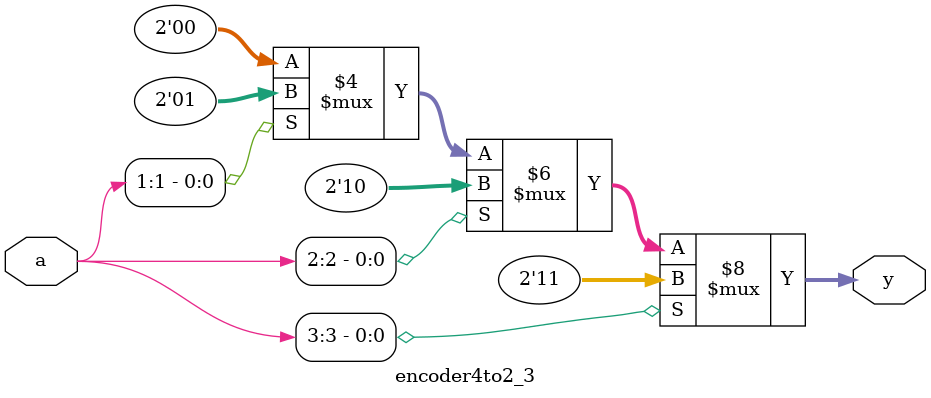
<source format=v>
/*
module 	encoder4to3(a, y);


    input 	[3:0] a;
    output 	[1:0] y;

    assign 	y = (a[3]) ? 2'b11 :
                (a[2]) ? 2'b10 :
                (a[1]) ? 2'b01 :
                 2'b00 ;

// lo mismo con un always

//     always @(*)
//     begin
//         if(a[3] == 1)
//             y = 2'b11;
//         else if(a[2] == 1)
//             y = 2'b10;
//         else if(a[1] == 1)
//             y = 2'b01;
//         else
//             y = 2'b00;
//     end
endmodule


//codificador de 4 a 2 con prioridad
module 	encoder4to2(a, y);

input 	[3:0] a;
   output reg	[1:0] y;

   //con un case

   always @(*)
   begin
       case(a)
           4'b1000: y = 2'b11;
           4'b0100: y = 2'b10; 
           4'b0010: y = 2'b01;           
           4'b0001: y = 2'b00;
           default: y = 2'b00;
       endcase
   end

endmodule
*/
//codificador de 4 a 2 con prioridad
 module 	encoder4to2_3(a, y);

 input 	[3:0] a;
    output reg	[1:0] y;

    //con un case

    always @(*)
    begin
        case(1'b1)
            a[3]: y = 2'b11;
            a[2]: y = 2'b10; 
            a[1]: y = 2'b01;           
            a[0]: y = 2'b00;
            default: y = 2'b00;
        endcase
    end

endmodule

</source>
